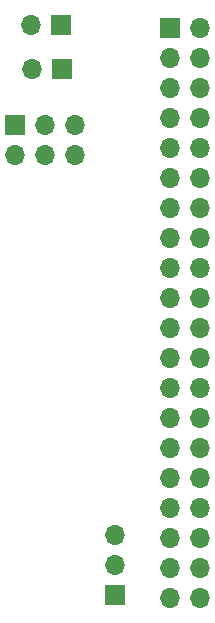
<source format=gbr>
%TF.GenerationSoftware,KiCad,Pcbnew,6.0.8-f2edbf62ab~116~ubuntu22.04.1*%
%TF.CreationDate,2022-10-03T19:02:53-04:00*%
%TF.ProjectId,RaspberryPi_PicoProgrammer,52617370-6265-4727-9279-50695f506963,rev?*%
%TF.SameCoordinates,Original*%
%TF.FileFunction,Soldermask,Bot*%
%TF.FilePolarity,Negative*%
%FSLAX46Y46*%
G04 Gerber Fmt 4.6, Leading zero omitted, Abs format (unit mm)*
G04 Created by KiCad (PCBNEW 6.0.8-f2edbf62ab~116~ubuntu22.04.1) date 2022-10-03 19:02:53*
%MOMM*%
%LPD*%
G01*
G04 APERTURE LIST*
%ADD10R,1.700000X1.700000*%
%ADD11O,1.700000X1.700000*%
G04 APERTURE END LIST*
D10*
%TO.C,J3*%
X137625000Y-71210000D03*
D11*
X137625000Y-73750000D03*
X140165000Y-71210000D03*
X140165000Y-73750000D03*
X142705000Y-71210000D03*
X142705000Y-73750000D03*
%TD*%
D10*
%TO.C,J5*%
X150750000Y-63000000D03*
D11*
X153290000Y-63000000D03*
X150750000Y-65540000D03*
X153290000Y-65540000D03*
X150750000Y-68080000D03*
X153290000Y-68080000D03*
X150750000Y-70620000D03*
X153290000Y-70620000D03*
X150750000Y-73160000D03*
X153290000Y-73160000D03*
X150750000Y-75700000D03*
X153290000Y-75700000D03*
X150750000Y-78240000D03*
X153290000Y-78240000D03*
X150750000Y-80780000D03*
X153290000Y-80780000D03*
X150750000Y-83320000D03*
X153290000Y-83320000D03*
X150750000Y-85860000D03*
X153290000Y-85860000D03*
X150750000Y-88400000D03*
X153290000Y-88400000D03*
X150750000Y-90940000D03*
X153290000Y-90940000D03*
X150750000Y-93480000D03*
X153290000Y-93480000D03*
X150750000Y-96020000D03*
X153290000Y-96020000D03*
X150750000Y-98560000D03*
X153290000Y-98560000D03*
X150750000Y-101100000D03*
X153290000Y-101100000D03*
X150750000Y-103640000D03*
X153290000Y-103640000D03*
X150750000Y-106180000D03*
X153290000Y-106180000D03*
X150750000Y-108720000D03*
X153290000Y-108720000D03*
X150750000Y-111260000D03*
X153290000Y-111260000D03*
%TD*%
D10*
%TO.C,3.3*%
X141630400Y-66497200D03*
D11*
X139090400Y-66497200D03*
%TD*%
D10*
%TO.C,5v*%
X141528800Y-62738000D03*
D11*
X138988800Y-62738000D03*
%TD*%
D10*
%TO.C,SWD_Headers*%
X146050000Y-111030000D03*
D11*
X146050000Y-108490000D03*
X146050000Y-105950000D03*
%TD*%
M02*

</source>
